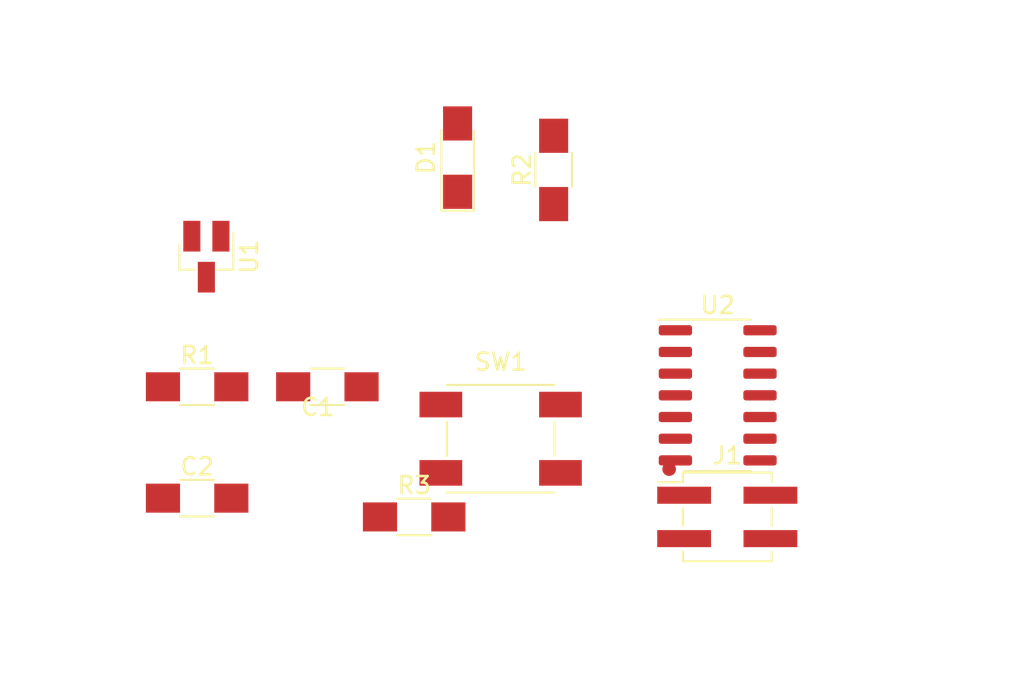
<source format=kicad_pcb>
(kicad_pcb (version 20211014) (generator pcbnew)
  (layers (0 "F.Cu" signal) (31 "B.Cu" signal) (34 "B.Paste" user) (35 "F.Paste" user) (36 "B.SilkS" user "B.Silkscreen") (37 "F.SilkS" user "F.Silkscreen") (38 "B.Mask" user) (39 "F.Mask" user) (44 "Edge.Cuts" user))
  (net 0 "")
  (net 1 "GND")
  (net 2 "+3V3")
  (net 3 "Pin6")
  (net 4 "Net-(D1-Pad2)")
  (net 5 "Net-(J1-Pad1)")
  (net 6 "Net-(J1-Pad2)")
  (net 7 "Net-(J1-Pad3)")
  (net 8 "Pin05")
  (net 9 "Pin09")
  (net 10 "+5V")
  (net 11 "Pin12")
  (net 16 "Pin5")
  (net 18 "Pin9")
  (footprint "fab:R_1206" (layer "F.Cu") (at 121.38 116.84)
    (fp_text reference "R3" (at 0 -1.85) (layer "F.SilkS"))
    (fp_text value "R")
    (fp_line (start -1 -1.07) (end 1 -1.07) (layer "F.SilkS") (width 0.12))
    (fp_line (start 1 1.07) (end -1 1.07) (layer "F.SilkS") (width 0.12))
    (pad "1" smd rect locked (at -2 0) (size 2 1.7) (layers "F.Cu" "F.Paste" "F.Mask") (net 2 "+3V3"))
    (pad "2" smd rect locked (at 2 0) (size 2 1.7) (layers "F.Cu" "F.Paste" "F.Mask") (net 3 "Pin6"))
  )
  (footprint "fab:C_1206" (layer "F.Cu") (at 116.3 109.22)
    (fp_text reference "C1" (at -0.56 1.19) (layer "F.SilkS"))
    (fp_text value "C")
    (fp_line (start 1 1.07) (end -1 1.07) (layer "F.SilkS") (width 0.12))
    (fp_line (start -1 -1.07) (end 1 -1.07) (layer "F.SilkS") (width 0.12))
    (pad "1" smd rect locked (at -2 0) (size 2 1.7) (layers "F.Cu" "F.Paste" "F.Mask") (net 2 "+3V3"))
    (pad "2" smd rect locked (at 2 0) (size 2 1.7) (layers "F.Cu" "F.Paste" "F.Mask") (net 1 "GND"))
  )
  (footprint "fab:C_1206" (layer "F.Cu") (at 108.68 115.74)
    (fp_text reference "C2" (at 0 -1.85) (layer "F.SilkS"))
    (fp_text value "C")
    (fp_line (start 1 1.07) (end -1 1.07) (layer "F.SilkS") (width 0.12))
    (fp_line (start -1 -1.07) (end 1 -1.07) (layer "F.SilkS") (width 0.12))
    (pad "1" smd rect locked (at -2 0) (size 2 1.7) (layers "F.Cu" "F.Paste" "F.Mask") (net 3 "Pin6"))
    (pad "2" smd rect locked (at 2 0) (size 2 1.7) (layers "F.Cu" "F.Paste" "F.Mask") (net 1 "GND"))
  )
  (footprint "fab:R_1206" (layer "F.Cu") (at 129.54 96.52 90)
    (fp_text reference "R2" (at 0 -1.85 90) (layer "F.SilkS"))
    (fp_text value "R")
    (fp_line (start -1 -1.07) (end 1 -1.07) (layer "F.SilkS") (width 0.12))
    (fp_line (start 1 1.07) (end -1 1.07) (layer "F.SilkS") (width 0.12))
    (pad "1" smd rect locked (at -2 0 90) (size 2 1.7) (layers "F.Cu" "F.Paste" "F.Mask") (net 2 "+3V3"))
    (pad "2" smd rect locked (at 2 0 90) (size 2 1.7) (layers "F.Cu" "F.Paste" "F.Mask") (net 9 "Pin09"))
  )
  (footprint "fab:PinHeader_2x02_P2.54mm_Vertical_SMD" (layer "F.Cu") (at 139.7 116.84)
    (fp_text reference "J1" (at 0 -3.6) (layer "F.SilkS"))
    (fp_text value "Conn_PinHeader_2x02_P2.54mm_Vertical_SMD")
    (fp_circle (center -3.4 -2.8) (end -3.1 -2.8) (layer "F.Cu") (width 0.2) (fill solid))
    (fp_line (start -2.6 2.6) (end 2.6 2.6) (layer "F.SilkS") (width 0.12))
    (fp_line (start -4.04 -2.03) (end -2.6 -2.03) (layer "F.SilkS") (width 0.12))
    (fp_line (start 2.6 2.03) (end 2.6 2.6) (layer "F.SilkS") (width 0.12))
    (fp_line (start 2.6 -0.51) (end 2.6 0.51) (layer "F.SilkS") (width 0.12))
    (fp_line (start -2.6 -2.6) (end 2.6 -2.6) (layer "F.SilkS") (width 0.12))
    (fp_line (start -2.6 -0.51) (end -2.6 0.51) (layer "F.SilkS") (width 0.12))
    (fp_line (start -2.6 -2.6) (end -2.6 -2.03) (layer "F.SilkS") (width 0.12))
    (fp_line (start -2.6 2.03) (end -2.6 2.6) (layer "F.SilkS") (width 0.12))
    (fp_line (start 2.6 -2.6) (end 2.6 -2.03) (layer "F.SilkS") (width 0.12))
    (pad "1" smd rect (at -2.525 -1.27) (size 3.15 1) (layers "F.Cu" "F.Paste" "F.Mask") (net 5 "Net-(J1-Pad1)"))
    (pad "2" smd rect (at 2.525 -1.27) (size 3.15 1) (layers "F.Cu" "F.Paste" "F.Mask") (net 6 "Net-(J1-Pad2)"))
    (pad "3" smd rect (at -2.525 1.27) (size 3.15 1) (layers "F.Cu" "F.Paste" "F.Mask") (net 7 "Net-(J1-Pad3)"))
    (pad "4" smd rect (at 2.525 1.27) (size 3.15 1) (layers "F.Cu" "F.Paste" "F.Mask") (net 1 "GND"))
  )
  (footprint "fab:SOT-23" (layer "F.Cu") (at 109.22 101.6 -90)
    (fp_text reference "U1" (at 0 -2.5 90) (layer "F.SilkS"))
    (fp_text value "Regulator_Linear_LM3480-3.3V-100mA")
    (fp_line (start 0.76 1.58) (end 0.76 0.65) (layer "F.SilkS") (width 0.12))
    (fp_line (start 0.76 -1.58) (end -1.4 -1.58) (layer "F.SilkS") (width 0.12))
    (fp_line (start 0.76 -1.58) (end 0.76 -0.65) (layer "F.SilkS") (width 0.12))
    (fp_line (start 0.76 1.58) (end -0.7 1.58) (layer "F.SilkS") (width 0.12))
    (pad "1" smd rect locked (at -1.2 -0.85 270) (size 1.8 1) (layers "F.Cu" "F.Paste" "F.Mask") (net 11 "Pin12"))
    (pad "2" smd rect locked (at -1.2 0.85 270) (size 1.8 1) (layers "F.Cu" "F.Paste" "F.Mask") (net 10 "+5V"))
    (pad "3" smd rect locked (at 1.2 0 270) (size 1.8 1) (layers "F.Cu" "F.Paste" "F.Mask") (net 1 "GND"))
  )
  (footprint "Package_SO:SOIC-14_3.9x8.7mm_P1.27mm" (layer "F.Cu") (at 139.14 109.72)
    (fp_text reference "U2" (at 0 -5.28) (layer "F.SilkS"))
    (fp_text value "ATSAMD11C14A-SS")
    (fp_line (start 0 -4.435) (end -3.45 -4.435) (layer "F.SilkS") (width 0.12))
    (fp_line (start 0 4.435) (end 1.95 4.435) (layer "F.SilkS") (width 0.12))
    (fp_line (start 0 4.435) (end -1.95 4.435) (layer "F.SilkS") (width 0.12))
    (fp_line (start 0 -4.435) (end 1.95 -4.435) (layer "F.SilkS") (width 0.12))
    (pad "1" smd roundrect (at -2.475 -3.81) (size 1.95 0.6) (layers "F.Cu" "F.Paste" "F.Mask"))
    (pad "2" smd roundrect (at -2.475 -2.54) (size 1.95 0.6) (layers "F.Cu" "F.Paste" "F.Mask"))
    (pad "3" smd roundrect (at -2.475 -1.27) (size 1.95 0.6) (layers "F.Cu" "F.Paste" "F.Mask"))
    (pad "4" smd roundrect (at -2.475 0) (size 1.95 0.6) (layers "F.Cu" "F.Paste" "F.Mask"))
    (pad "5" smd roundrect (at -2.475 1.27) (size 1.95 0.6) (layers "F.Cu" "F.Paste" "F.Mask") (net 16 "Pin5"))
    (pad "6" smd roundrect (at -2.475 2.54) (size 1.95 0.6) (layers "F.Cu" "F.Paste" "F.Mask") (net 7 "Net-(J1-Pad3)"))
    (pad "7" smd roundrect (at -2.475 3.81) (size 1.95 0.6) (layers "F.Cu" "F.Paste" "F.Mask") (net 5 "Net-(J1-Pad1)"))
    (pad "8" smd roundrect (at 2.475 3.81) (size 1.95 0.6) (layers "F.Cu" "F.Paste" "F.Mask"))
    (pad "9" smd roundrect (at 2.475 2.54) (size 1.95 0.6) (layers "F.Cu" "F.Paste" "F.Mask") (net 18 "Pin9"))
    (pad "10" smd roundrect (at 2.475 1.27) (size 1.95 0.6) (layers "F.Cu" "F.Paste" "F.Mask"))
    (pad "11" smd roundrect (at 2.475 0) (size 1.95 0.6) (layers "F.Cu" "F.Paste" "F.Mask") (net 1 "GND"))
    (pad "12" smd roundrect (at 2.475 -1.27) (size 1.95 0.6) (layers "F.Cu" "F.Paste" "F.Mask") (net 11 "Pin12"))
    (pad "13" smd roundrect (at 2.475 -2.54) (size 1.95 0.6) (layers "F.Cu" "F.Paste" "F.Mask"))
    (pad "14" smd roundrect (at 2.475 -3.81) (size 1.95 0.6) (layers "F.Cu" "F.Paste" "F.Mask") (net 6 "Net-(J1-Pad2)"))
  )
  (footprint "fab:Button_Omron_B3SN_6x6mm" (layer "F.Cu") (at 126.44 112.26)
    (fp_text reference "SW1" (at 0 -4.5) (layer "F.SilkS"))
    (fp_text value "BUTTON_B3SN")
    (fp_line (start -3.15 1) (end -3.15 -1) (layer "F.SilkS") (width 0.12))
    (fp_line (start 3.15 3.15) (end -3.15 3.15) (layer "F.SilkS") (width 0.12))
    (fp_line (start -3.15 -3.15) (end 3.15 -3.15) (layer "F.SilkS") (width 0.12))
    (fp_line (start 3.15 -1) (end 3.15 1) (layer "F.SilkS") (width 0.12))
    (pad "1" smd rect locked (at 3.5 -2) (size 2.5 1.5) (layers "F.Cu" "F.Paste" "F.Mask") (net 1 "GND"))
    (pad "1" smd rect locked (at -3.5 -2) (size 2.5 1.5) (layers "F.Cu" "F.Paste" "F.Mask") (net 1 "GND"))
    (pad "2" smd rect locked (at 3.5 2) (size 2.5 1.5) (layers "F.Cu" "F.Paste" "F.Mask") (net 9 "Pin09"))
    (pad "2" smd rect locked (at -3.5 2) (size 2.5 1.5) (layers "F.Cu" "F.Paste" "F.Mask") (net 9 "Pin09"))
  )
  (footprint "fab:R_1206" (layer "F.Cu") (at 108.68 109.22)
    (fp_text reference "R1" (at 0 -1.85) (layer "F.SilkS"))
    (fp_text value "R")
    (fp_line (start 1 1.07) (end -1 1.07) (layer "F.SilkS") (width 0.12))
    (fp_line (start -1 -1.07) (end 1 -1.07) (layer "F.SilkS") (width 0.12))
    (pad "1" smd rect locked (at -2 0) (size 2 1.7) (layers "F.Cu" "F.Paste" "F.Mask") (net 8 "Pin05"))
    (pad "2" smd rect locked (at 2 0) (size 2 1.7) (layers "F.Cu" "F.Paste" "F.Mask") (net 4 "Net-(D1-Pad2)"))
  )
  (footprint "fab:LED_1206" (layer "F.Cu") (at 123.92 95.8 90)
    (fp_text reference "D1" (at 0 -1.85 90) (layer "F.SilkS"))
    (fp_text value "LED")
    (fp_line (start -3.1 0.95) (end 1.6 0.95) (layer "F.SilkS") (width 0.12))
    (fp_line (start -3.1 -0.95) (end 1.6 -0.95) (layer "F.SilkS") (width 0.12))
    (fp_line (start -3.1 -0.95) (end -3.1 0.95) (layer "F.SilkS") (width 0.12))
    (pad "1" smd rect locked (at -2 0 90) (size 2 1.7) (layers "F.Cu" "F.Paste" "F.Mask") (net 1 "GND"))
    (pad "2" smd rect locked (at 2 0 90) (size 2 1.7) (layers "F.Cu" "F.Paste" "F.Mask") (net 4 "Net-(D1-Pad2)"))
  )
)
</source>
